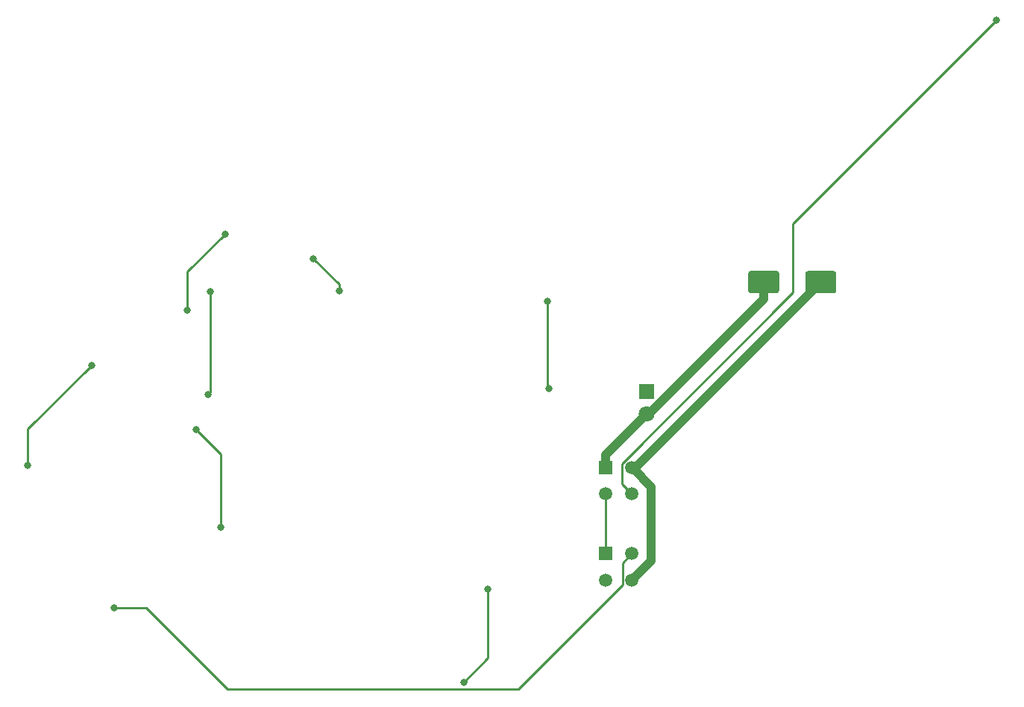
<source format=gbr>
%TF.GenerationSoftware,KiCad,Pcbnew,(5.1.6)-1*%
%TF.CreationDate,2020-11-25T10:01:43+11:00*%
%TF.ProjectId,INTR LT Panel PCB V1,494e5452-204c-4542-9050-616e656c2050,rev?*%
%TF.SameCoordinates,Original*%
%TF.FileFunction,Copper,L2,Bot*%
%TF.FilePolarity,Positive*%
%FSLAX46Y46*%
G04 Gerber Fmt 4.6, Leading zero omitted, Abs format (unit mm)*
G04 Created by KiCad (PCBNEW (5.1.6)-1) date 2020-11-25 10:01:43*
%MOMM*%
%LPD*%
G01*
G04 APERTURE LIST*
%TA.AperFunction,ComponentPad*%
%ADD10C,1.520000*%
%TD*%
%TA.AperFunction,ComponentPad*%
%ADD11R,1.520000X1.520000*%
%TD*%
%TA.AperFunction,ComponentPad*%
%ADD12C,1.800000*%
%TD*%
%TA.AperFunction,ComponentPad*%
%ADD13R,1.800000X1.800000*%
%TD*%
%TA.AperFunction,ViaPad*%
%ADD14C,0.800000*%
%TD*%
%TA.AperFunction,Conductor*%
%ADD15C,1.000000*%
%TD*%
%TA.AperFunction,Conductor*%
%ADD16C,0.250000*%
%TD*%
G04 APERTURE END LIST*
D10*
%TO.P,J2,4*%
%TO.N,/LEDGND*%
X114807999Y-114937999D03*
%TO.P,J2,3*%
%TO.N,/DATAOUT*%
X114807999Y-111938000D03*
%TO.P,J2,2*%
%TO.N,/LED+5V*%
X111808000Y-114937999D03*
D11*
%TO.P,J2,1*%
%TO.N,/DATALOOP*%
X111808000Y-111938000D03*
%TD*%
D10*
%TO.P,J1,4*%
%TO.N,/DATAIN*%
X114782999Y-105158999D03*
%TO.P,J1,3*%
%TO.N,/LEDGND*%
X114782999Y-102159000D03*
%TO.P,J1,2*%
%TO.N,/DATALOOP*%
X111783000Y-105158999D03*
D11*
%TO.P,J1,1*%
%TO.N,/LED+5V*%
X111783000Y-102159000D03*
%TD*%
D12*
%TO.P,D1,2*%
%TO.N,/LED+5V*%
X116434000Y-96037400D03*
D13*
%TO.P,D1,1*%
%TO.N,Net-(D1-Pad1)*%
X116434000Y-93497400D03*
%TD*%
%TO.P,C1,2*%
%TO.N,/LEDGND*%
%TA.AperFunction,SMDPad,CuDef*%
G36*
G01*
X134496000Y-82102200D02*
X134496000Y-80102200D01*
G75*
G02*
X134746000Y-79852200I250000J0D01*
G01*
X137746000Y-79852200D01*
G75*
G02*
X137996000Y-80102200I0J-250000D01*
G01*
X137996000Y-82102200D01*
G75*
G02*
X137746000Y-82352200I-250000J0D01*
G01*
X134746000Y-82352200D01*
G75*
G02*
X134496000Y-82102200I0J250000D01*
G01*
G37*
%TD.AperFunction*%
%TO.P,C1,1*%
%TO.N,/LED+5V*%
%TA.AperFunction,SMDPad,CuDef*%
G36*
G01*
X127996000Y-82102200D02*
X127996000Y-80102200D01*
G75*
G02*
X128246000Y-79852200I250000J0D01*
G01*
X131246000Y-79852200D01*
G75*
G02*
X131496000Y-80102200I0J-250000D01*
G01*
X131496000Y-82102200D01*
G75*
G02*
X131246000Y-82352200I-250000J0D01*
G01*
X128246000Y-82352200D01*
G75*
G02*
X127996000Y-82102200I0J250000D01*
G01*
G37*
%TD.AperFunction*%
%TD*%
D14*
%TO.N,/DATAIN*%
X156182400Y-51358800D03*
%TO.N,Net-(D14-Pad2)*%
X53480400Y-90525600D03*
X46229400Y-101901100D03*
%TO.N,Net-(D17-Pad2)*%
X66973300Y-82169000D03*
X66704800Y-93852600D03*
%TO.N,Net-(D18-Pad2)*%
X68592500Y-75636400D03*
X64332900Y-84264700D03*
%TO.N,Net-(D20-Pad2)*%
X81569300Y-82118400D03*
X78661000Y-78460200D03*
%TO.N,/DATAOUT*%
X56032400Y-118084600D03*
%TO.N,Net-(D47-Pad2)*%
X98473200Y-115956700D03*
X95686000Y-126578000D03*
%TO.N,Net-(D51-Pad2)*%
X65302700Y-97838500D03*
X68114900Y-108914200D03*
%TO.N,Net-(D25-Pad2)*%
X105218400Y-83265100D03*
X105356300Y-93177800D03*
%TD*%
D15*
%TO.N,/LEDGND*%
X114986100Y-102362100D02*
X116971300Y-104347300D01*
X116971300Y-104347300D02*
X116971300Y-112774700D01*
X116971300Y-112774700D02*
X114808000Y-114938000D01*
X114783000Y-102159000D02*
X114986100Y-102362100D01*
X136246000Y-81102200D02*
X114986100Y-102362100D01*
%TO.N,/LED+5V*%
X129746000Y-81102200D02*
X129746000Y-83030300D01*
X129746000Y-83030300D02*
X116738900Y-96037400D01*
X116738900Y-96037400D02*
X116434000Y-96037400D01*
X111783000Y-102159000D02*
X111783000Y-100698700D01*
X116434000Y-96037400D02*
X111783100Y-100688300D01*
X111783100Y-100688300D02*
X111783100Y-100698700D01*
X111783100Y-100698700D02*
X111783000Y-100698700D01*
D16*
%TO.N,/DATAIN*%
X114783000Y-105159000D02*
X113649100Y-104025100D01*
X113649100Y-104025100D02*
X113649100Y-101730400D01*
X113649100Y-101730400D02*
X133080900Y-82298600D01*
X133080900Y-82298600D02*
X133080900Y-74460300D01*
X133080900Y-74460300D02*
X156182400Y-51358800D01*
%TO.N,Net-(D14-Pad2)*%
X46229400Y-101901100D02*
X46229400Y-97776600D01*
X46229400Y-97776600D02*
X53480400Y-90525600D01*
%TO.N,Net-(D17-Pad2)*%
X66704800Y-93852600D02*
X66973300Y-93584100D01*
X66973300Y-93584100D02*
X66973300Y-82169000D01*
%TO.N,Net-(D18-Pad2)*%
X68592500Y-75636400D02*
X64332900Y-79896000D01*
X64332900Y-79896000D02*
X64332900Y-84264700D01*
%TO.N,Net-(D20-Pad2)*%
X81569300Y-82118400D02*
X81569300Y-81368500D01*
X81569300Y-81368500D02*
X78661000Y-78460200D01*
%TO.N,/DATAOUT*%
X113722998Y-113023001D02*
X114807999Y-111938000D01*
X113722998Y-115458800D02*
X113722998Y-113023001D01*
X101878797Y-127303001D02*
X113722998Y-115458800D01*
X68908401Y-127303001D02*
X101878797Y-127303001D01*
X59690000Y-118084600D02*
X68908401Y-127303001D01*
X56032400Y-118084600D02*
X59690000Y-118084600D01*
%TO.N,/DATALOOP*%
X111808000Y-111938000D02*
X111808000Y-110852700D01*
X111783000Y-105159000D02*
X111783000Y-110827700D01*
X111783000Y-110827700D02*
X111808000Y-110852700D01*
%TO.N,Net-(D47-Pad2)*%
X95686000Y-126578000D02*
X98473200Y-123790800D01*
X98473200Y-123790800D02*
X98473200Y-115956700D01*
%TO.N,Net-(D51-Pad2)*%
X65302700Y-97838500D02*
X68114900Y-100650700D01*
X68114900Y-100650700D02*
X68114900Y-108914200D01*
%TO.N,Net-(D25-Pad2)*%
X105218400Y-83265100D02*
X105218400Y-93039900D01*
X105218400Y-93039900D02*
X105356300Y-93177800D01*
%TD*%
M02*

</source>
